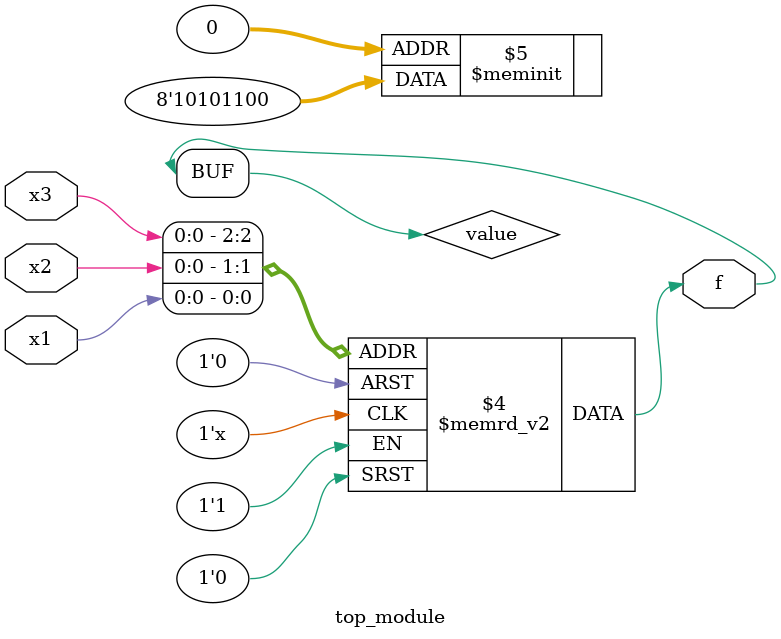
<source format=v>

`default_nettype none

module top_module( 
    input   x3,
    input   x2,
    input   x1,
    output  f
);

    reg value;
    always @(*) begin
        case ({x3, x2, x1})
        3'b000 : value = 1'b0;
        3'b001 : value = 1'b0;
        3'b010 : value = 1'b1;
        3'b011 : value = 1'b1;
        3'b100 : value = 1'b0;
        3'b101 : value = 1'b1;
        3'b110 : value = 1'b0;
        3'b111 : value = 1'b1;
        endcase
    end

    assign f = value;

endmodule
</source>
